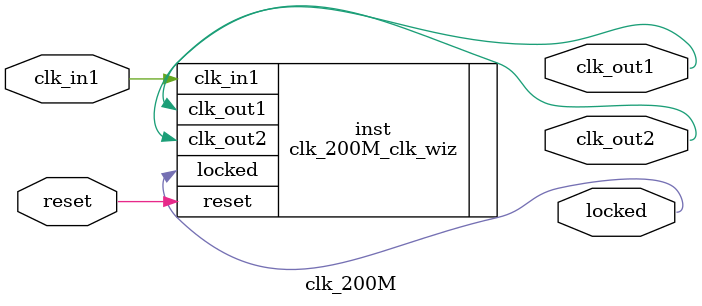
<source format=v>


`timescale 1ps/1ps

(* CORE_GENERATION_INFO = "clk_200M,clk_wiz_v5_4_3_0,{component_name=clk_200M,use_phase_alignment=true,use_min_o_jitter=false,use_max_i_jitter=false,use_dyn_phase_shift=false,use_inclk_switchover=false,use_dyn_reconfig=false,enable_axi=0,feedback_source=FDBK_AUTO,PRIMITIVE=MMCM,num_out_clk=2,clkin1_period=20.0,clkin2_period=10.0,use_power_down=false,use_reset=true,use_locked=true,use_inclk_stopped=false,feedback_type=SINGLE,CLOCK_MGR_TYPE=NA,manual_override=false}" *)

module clk_200M 
 (
  // Clock out ports
  output        clk_out1,
  output        clk_out2,
  // Status and control signals
  input         reset,
  output        locked,
 // Clock in ports
  input         clk_in1
 );

  clk_200M_clk_wiz inst
  (
  // Clock out ports  
  .clk_out1(clk_out1),
  .clk_out2(clk_out2),
  // Status and control signals               
  .reset(reset), 
  .locked(locked),
 // Clock in ports
  .clk_in1(clk_in1)
  );

endmodule

</source>
